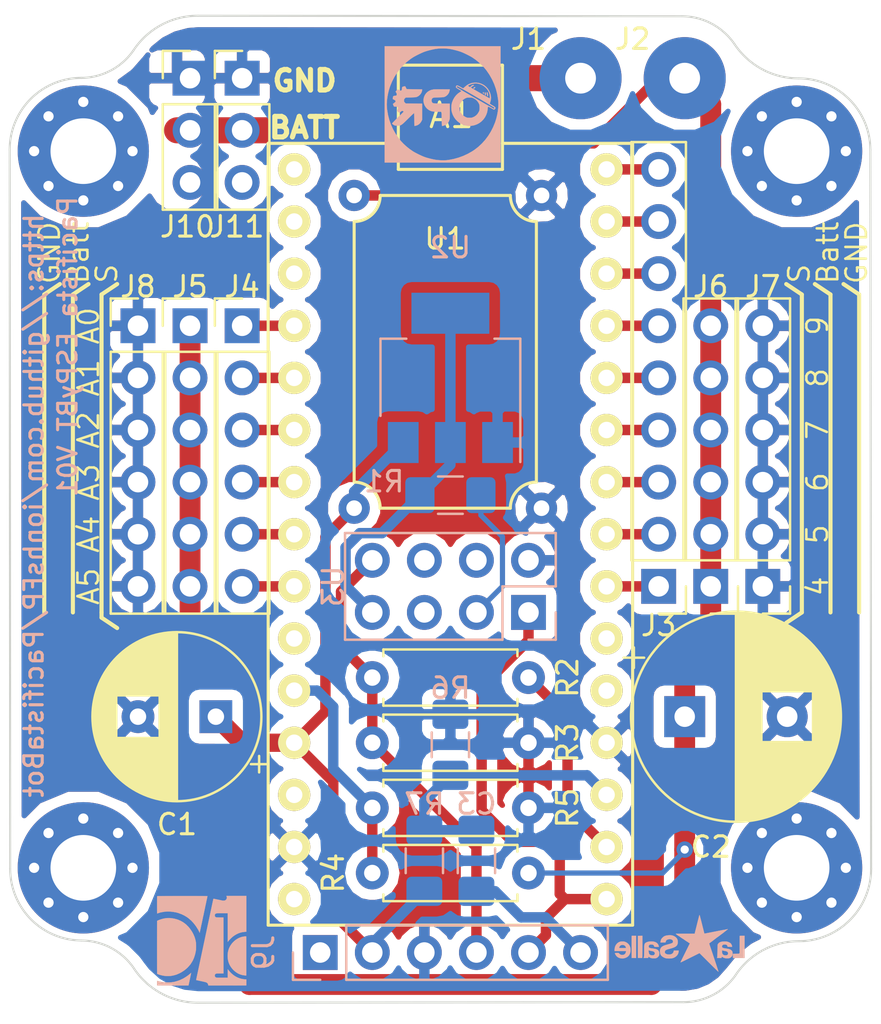
<source format=kicad_pcb>
(kicad_pcb (version 20171130) (host pcbnew "(5.1.4)-1")
  (layers (0 F.Cu signal) (31 B.Cu signal) (34 B.Paste user) (35 F.Paste user hide) (36 B.SilkS user) (37 F.SilkS user) (38 B.Mask user) (39 F.Mask user hide) (44 Edge.Cuts user))
  (net 0 "")
  (net 1 "Net-(A1-Pad15)")
  (net 2 "Net-(A1-Pad14)")
  (net 3 "Net-(A1-Pad13)")
  (net 4 "Net-(A1-Pad12)")
  (net 5 "Net-(A1-Pad19)")
  (net 6 "Net-(A1-Pad11)")
  (net 7 "Net-(A1-Pad20)")
  (net 8 "Net-(A1-Pad10)")
  (net 9 "Net-(A1-Pad21)")
  (net 10 "Net-(A1-Pad9)")
  (net 11 "Net-(A1-Pad22)")
  (net 12 "Net-(A1-Pad8)")
  (net 13 "Net-(A1-Pad23)")
  (net 14 "Net-(A1-Pad7)")
  (net 15 "Net-(A1-Pad24)")
  (net 16 "Net-(A1-Pad26)")
  (net 17 GND)
  (net 18 "Net-(A1-Pad2)")
  (net 19 RX)
  (net 20 /Alimentación)
  (net 21 +BATT)
  (net 22 TX)
  (net 23 +3V3)
  (net 24 "Net-(R1-Pad1)")
  (net 25 RST)
  (net 26 5V)
  (net 27 "Net-(C3-Pad1)")
  (module Desktop:LogoDB (layer B.Cu) (at 73.279 140.462 180)
    (fp_text reference G*** hide)
    (fp_text value LOGO hide)
  )
  (module Capacitor_THT:CP_Radial_D10.0mm_P5.00mm (layer F.Cu) (at 97.79 129.54)
    (fp_text reference C2 (at 1.27 6.35) (layer F.SilkS))
    (fp_text value "820u 6,3v")
    (pad 1 thru_hole rect (at 0 0) (size 2 2) (drill 1) (layers *.Cu *.Mask) (net 20 /Alimentación))
    (pad 2 thru_hole circle (at 5 0) (size 2 2) (drill 1) (layers *.Cu *.Mask) (net 17 GND))
  )
  (module Pacifista-Bluetooth:Pin_Header_Straight_1x06_Pitch2.54mm (layer F.Cu) (at 99.06 123.19 180)
    (fp_text reference J6 (at 0 14.605 180) (layer F.SilkS))
    (fp_text value Conn_01x06)
    (pad 1 thru_hole rect (at 0 0 180) (size 1.7 1.7) (drill 1) (layers *.Cu *.Mask) (net 20 /Alimentación))
    (pad 2 thru_hole oval (at 0 2.54 180) (size 1.7 1.7) (drill 1) (layers *.Cu *.Mask) (net 20 /Alimentación))
    (pad 3 thru_hole oval (at 0 5.08 180) (size 1.7 1.7) (drill 1) (layers *.Cu *.Mask) (net 20 /Alimentación))
    (pad 4 thru_hole oval (at 0 7.62 180) (size 1.7 1.7) (drill 1) (layers *.Cu *.Mask) (net 20 /Alimentación))
    (pad 5 thru_hole oval (at 0 10.16 180) (size 1.7 1.7) (drill 1) (layers *.Cu *.Mask) (net 20 /Alimentación))
    (pad 6 thru_hole oval (at 0 12.7 180) (size 1.7 1.7) (drill 1) (layers *.Cu *.Mask) (net 20 /Alimentación))
  )
  (module Mounting_Holes:MountingHole_3.2mm_M3_Pad_Via (layer F.Cu) (at 68.453 136.906)
    (fp_text reference "" (at 0 -4.2) (layer F.SilkS))
    (fp_text value MountingHole_3.2mm_M3_Pad_Via hide)
    (pad 1 thru_hole circle (at 0 0) (size 6.4 6.4) (drill 3.2) (layers *.Cu *.Mask))
    (pad "" thru_hole circle (at 2.4 0) (size 0.6 0.6) (drill 0.5) (layers *.Cu *.Mask))
    (pad "" thru_hole circle (at 1.697056 1.697056) (size 0.6 0.6) (drill 0.5) (layers *.Cu *.Mask))
    (pad "" thru_hole circle (at 0 2.4) (size 0.6 0.6) (drill 0.5) (layers *.Cu *.Mask))
    (pad "" thru_hole circle (at -1.697056 1.697056) (size 0.6 0.6) (drill 0.5) (layers *.Cu *.Mask))
    (pad "" thru_hole circle (at -2.4 0) (size 0.6 0.6) (drill 0.5) (layers *.Cu *.Mask))
    (pad "" thru_hole circle (at -1.697056 -1.697056) (size 0.6 0.6) (drill 0.5) (layers *.Cu *.Mask))
    (pad "" thru_hole circle (at 0 -2.4) (size 0.6 0.6) (drill 0.5) (layers *.Cu *.Mask))
    (pad "" thru_hole circle (at 1.697056 -1.697056) (size 0.6 0.6) (drill 0.5) (layers *.Cu *.Mask))
  )
  (module Connector_PinHeader_2.54mm:PinHeader_2x04_P2.54mm_Vertical (layer B.Cu) (at 90.17 124.46 90)
    (fp_text reference U3 (at 1.27 -9.525 90) (layer B.SilkS) (effects (justify mirror)))
    (fp_text value ESP-01v090 hide)
    (pad 8 thru_hole oval (at 2.54 -7.62 90) (size 1.7 1.7) (drill 1) (layers *.Cu *.Mask) (net 22 TX))
    (pad 7 thru_hole oval (at 0 -7.62 90) (size 1.7 1.7) (drill 1) (layers *.Cu *.Mask) (net 23 +3V3))
    (pad 6 thru_hole oval (at 2.54 -5.08 90) (size 1.7 1.7) (drill 1) (layers *.Cu *.Mask))
    (pad 5 thru_hole oval (at 0 -5.08 90) (size 1.7 1.7) (drill 1) (layers *.Cu *.Mask))
    (pad 4 thru_hole oval (at 2.54 -2.54 90) (size 1.7 1.7) (drill 1) (layers *.Cu *.Mask))
    (pad 3 thru_hole oval (at 0 -2.54 90) (size 1.7 1.7) (drill 1) (layers *.Cu *.Mask) (net 24 "Net-(R1-Pad1)"))
    (pad 2 thru_hole oval (at 2.54 0 90) (size 1.7 1.7) (drill 1) (layers *.Cu *.Mask) (net 17 GND))
    (pad 1 thru_hole rect (at 0 0 90) (size 1.7 1.7) (drill 1) (layers *.Cu *.Mask) (net 19 RX))
  )
  (module Pacifista-Bluetooth:Pin_Header_Straight_1x06_Pitch2.54mm (layer F.Cu) (at 101.6 123.19 180)
    (fp_text reference J7 (at 0 14.605 180) (layer F.SilkS))
    (fp_text value Conn_01x06)
    (pad 6 thru_hole oval (at 0 12.7 180) (size 1.7 1.7) (drill 1) (layers *.Cu *.Mask) (net 17 GND))
    (pad 5 thru_hole oval (at 0 10.16 180) (size 1.7 1.7) (drill 1) (layers *.Cu *.Mask) (net 17 GND))
    (pad 4 thru_hole oval (at 0 7.62 180) (size 1.7 1.7) (drill 1) (layers *.Cu *.Mask) (net 17 GND))
    (pad 3 thru_hole oval (at 0 5.08 180) (size 1.7 1.7) (drill 1) (layers *.Cu *.Mask) (net 17 GND))
    (pad 2 thru_hole oval (at 0 2.54 180) (size 1.7 1.7) (drill 1) (layers *.Cu *.Mask) (net 17 GND))
    (pad 1 thru_hole rect (at 0 0 180) (size 1.7 1.7) (drill 1) (layers *.Cu *.Mask) (net 17 GND))
  )
  (module Pacifista-Bluetooth:Pin_Header_Straight_1x06_Pitch2.54mm (layer F.Cu) (at 71.12 110.49)
    (fp_text reference J8 (at 0 -1.905) (layer F.SilkS))
    (fp_text value Conn_01x06)
    (pad 1 thru_hole rect (at 0 0) (size 1.7 1.7) (drill 1) (layers *.Cu *.Mask) (net 17 GND))
    (pad 2 thru_hole oval (at 0 2.54) (size 1.7 1.7) (drill 1) (layers *.Cu *.Mask) (net 17 GND))
    (pad 3 thru_hole oval (at 0 5.08) (size 1.7 1.7) (drill 1) (layers *.Cu *.Mask) (net 17 GND))
    (pad 4 thru_hole oval (at 0 7.62) (size 1.7 1.7) (drill 1) (layers *.Cu *.Mask) (net 17 GND))
    (pad 5 thru_hole oval (at 0 10.16) (size 1.7 1.7) (drill 1) (layers *.Cu *.Mask) (net 17 GND))
    (pad 6 thru_hole oval (at 0 12.7) (size 1.7 1.7) (drill 1) (layers *.Cu *.Mask) (net 17 GND))
  )
  (module Pacifista-Bluetooth:Pin_Header_Straight_1x03_Pitch2.54mm (layer F.Cu) (at 73.66 98.425)
    (fp_text reference J10 (at -0.127 7.239) (layer F.SilkS))
    (fp_text value Conn_01x03)
    (pad 3 thru_hole oval (at 0 5.08) (size 1.7 1.7) (drill 1) (layers *.Cu *.Mask))
    (pad 2 thru_hole oval (at 0 2.54) (size 1.7 1.7) (drill 1) (layers *.Cu *.Mask) (net 21 +BATT))
    (pad 1 thru_hole rect (at 0 0) (size 1.7 1.7) (drill 1) (layers *.Cu *.Mask) (net 17 GND))
  )
  (module Mounting_Holes:MountingHole_3.2mm_M3_Pad_Via (layer F.Cu) (at 68.453 101.981)
    (fp_text reference "" (at 0 -4.2) (layer F.SilkS))
    (fp_text value MountingHole_3.2mm_M3_Pad_Via hide)
    (pad "" thru_hole circle (at 1.697056 -1.697056) (size 0.6 0.6) (drill 0.5) (layers *.Cu *.Mask))
    (pad "" thru_hole circle (at 0 -2.4) (size 0.6 0.6) (drill 0.5) (layers *.Cu *.Mask))
    (pad "" thru_hole circle (at -1.697056 -1.697056) (size 0.6 0.6) (drill 0.5) (layers *.Cu *.Mask))
    (pad "" thru_hole circle (at -2.4 0) (size 0.6 0.6) (drill 0.5) (layers *.Cu *.Mask))
    (pad "" thru_hole circle (at -1.697056 1.697056) (size 0.6 0.6) (drill 0.5) (layers *.Cu *.Mask))
    (pad "" thru_hole circle (at 0 2.4) (size 0.6 0.6) (drill 0.5) (layers *.Cu *.Mask))
    (pad "" thru_hole circle (at 1.697056 1.697056) (size 0.6 0.6) (drill 0.5) (layers *.Cu *.Mask))
    (pad "" thru_hole circle (at 2.4 0) (size 0.6 0.6) (drill 0.5) (layers *.Cu *.Mask))
    (pad 1 thru_hole circle (at 0 0) (size 6.4 6.4) (drill 3.2) (layers *.Cu *.Mask))
  )
  (module Capacitor_THT:CP_Radial_D8.0mm_P3.80mm (layer F.Cu) (at 74.92 129.54 180)
    (fp_text reference C1 (at 1.9 -5.25 180) (layer F.SilkS))
    (fp_text value "1000u 16v")
    (pad 1 thru_hole rect (at 0 0 180) (size 1.6 1.6) (drill 0.8) (layers *.Cu *.Mask) (net 26 5V))
    (pad 2 thru_hole circle (at 3.8 0 180) (size 1.6 1.6) (drill 0.8) (layers *.Cu *.Mask) (net 17 GND))
  )
  (module Mounting_Holes:MountingHole_3.2mm_M3_Pad_Via (layer F.Cu) (at 103.251 136.906)
    (fp_text reference "" (at 0 -4.2) (layer F.SilkS))
    (fp_text value MountingHole_3.2mm_M3_Pad_Via hide)
    (pad "" thru_hole circle (at 1.697056 -1.697056) (size 0.6 0.6) (drill 0.5) (layers *.Cu *.Mask))
    (pad "" thru_hole circle (at 0 -2.4) (size 0.6 0.6) (drill 0.5) (layers *.Cu *.Mask))
    (pad "" thru_hole circle (at -1.697056 -1.697056) (size 0.6 0.6) (drill 0.5) (layers *.Cu *.Mask))
    (pad "" thru_hole circle (at -2.4 0) (size 0.6 0.6) (drill 0.5) (layers *.Cu *.Mask))
    (pad "" thru_hole circle (at -1.697056 1.697056) (size 0.6 0.6) (drill 0.5) (layers *.Cu *.Mask))
    (pad "" thru_hole circle (at 0 2.4) (size 0.6 0.6) (drill 0.5) (layers *.Cu *.Mask))
    (pad "" thru_hole circle (at 1.697056 1.697056) (size 0.6 0.6) (drill 0.5) (layers *.Cu *.Mask))
    (pad "" thru_hole circle (at 2.4 0) (size 0.6 0.6) (drill 0.5) (layers *.Cu *.Mask))
    (pad 1 thru_hole circle (at 0 0) (size 6.4 6.4) (drill 3.2) (layers *.Cu *.Mask))
  )
  (module Pacifista-Bluetooth:SolderWirePad_single_1-5mmDrill (layer F.Cu) (at 92.71 98.425)
    (fp_text reference J1 (at -2.54 -1.905) (layer F.SilkS))
    (fp_text value Conn_01x01)
    (pad 1 thru_hole circle (at 0 0) (size 4.0005 4.0005) (drill 1.50114) (layers *.Cu *.Mask) (net 21 +BATT))
  )
  (module Pacifista-Bluetooth:arduino_nano (layer F.Cu) (at 86.36 120.65 90)
    (fp_text reference A1 (at 20.41144 0.04064 180) (layer F.SilkS) (effects (font (size 1.2 1.2))))
    (fp_text value Arduino_Nano hide)
    (pad 15 thru_hole circle (at 17.78 7.62 90) (size 1.5748 1.5748) (drill 0.8) (layers *.Cu *.Mask F.SilkS) (net 1 "Net-(A1-Pad15)"))
    (pad 16 thru_hole circle (at 17.78 -7.62 90) (size 1.5748 1.5748) (drill 0.8) (layers *.Cu *.Mask F.SilkS))
    (pad 14 thru_hole circle (at 15.24 7.62 90) (size 1.5748 1.5748) (drill 0.8) (layers *.Cu *.Mask F.SilkS) (net 2 "Net-(A1-Pad14)"))
    (pad 17 thru_hole circle (at 15.24 -7.62 90) (size 1.5748 1.5748) (drill 0.8) (layers *.Cu *.Mask F.SilkS))
    (pad 13 thru_hole circle (at 12.7 7.62 90) (size 1.5748 1.5748) (drill 0.8) (layers *.Cu *.Mask F.SilkS) (net 3 "Net-(A1-Pad13)"))
    (pad 18 thru_hole circle (at 12.7 -7.62 90) (size 1.5748 1.5748) (drill 0.8) (layers *.Cu *.Mask F.SilkS))
    (pad 12 thru_hole circle (at 10.16 7.62 90) (size 1.5748 1.5748) (drill 0.8) (layers *.Cu *.Mask F.SilkS) (net 4 "Net-(A1-Pad12)"))
    (pad 19 thru_hole circle (at 10.16 -7.62 90) (size 1.5748 1.5748) (drill 0.8) (layers *.Cu *.Mask F.SilkS) (net 5 "Net-(A1-Pad19)"))
    (pad 11 thru_hole circle (at 7.62 7.62 90) (size 1.5748 1.5748) (drill 0.8) (layers *.Cu *.Mask F.SilkS) (net 6 "Net-(A1-Pad11)"))
    (pad 20 thru_hole circle (at 7.62 -7.62 90) (size 1.5748 1.5748) (drill 0.8) (layers *.Cu *.Mask F.SilkS) (net 7 "Net-(A1-Pad20)"))
    (pad 10 thru_hole circle (at 5.08 7.62 90) (size 1.5748 1.5748) (drill 0.8) (layers *.Cu *.Mask F.SilkS) (net 8 "Net-(A1-Pad10)"))
    (pad 21 thru_hole circle (at 5.08 -7.62 90) (size 1.5748 1.5748) (drill 0.8) (layers *.Cu *.Mask F.SilkS) (net 9 "Net-(A1-Pad21)"))
    (pad 9 thru_hole circle (at 2.54 7.62 90) (size 1.5748 1.5748) (drill 0.8) (layers *.Cu *.Mask F.SilkS) (net 10 "Net-(A1-Pad9)"))
    (pad 22 thru_hole circle (at 2.54 -7.62 90) (size 1.5748 1.5748) (drill 0.8) (layers *.Cu *.Mask F.SilkS) (net 11 "Net-(A1-Pad22)"))
    (pad 8 thru_hole circle (at 0 7.62 90) (size 1.5748 1.5748) (drill 0.8) (layers *.Cu *.Mask F.SilkS) (net 12 "Net-(A1-Pad8)"))
    (pad 23 thru_hole circle (at 0 -7.62 90) (size 1.5748 1.5748) (drill 0.8) (layers *.Cu *.Mask F.SilkS) (net 13 "Net-(A1-Pad23)"))
    (pad 7 thru_hole circle (at -2.54 7.62 90) (size 1.5748 1.5748) (drill 0.8) (layers *.Cu *.Mask F.SilkS) (net 14 "Net-(A1-Pad7)"))
    (pad 24 thru_hole circle (at -2.54 -7.62 90) (size 1.5748 1.5748) (drill 0.8) (layers *.Cu *.Mask F.SilkS) (net 15 "Net-(A1-Pad24)"))
    (pad 6 thru_hole circle (at -5.08 7.62 90) (size 1.5748 1.5748) (drill 0.8) (layers *.Cu *.Mask F.SilkS))
    (pad 25 thru_hole circle (at -5.08 -7.62 90) (size 1.5748 1.5748) (drill 0.8) (layers *.Cu *.Mask F.SilkS))
    (pad 5 thru_hole circle (at -7.62 7.62 90) (size 1.5748 1.5748) (drill 0.8) (layers *.Cu *.Mask F.SilkS))
    (pad 26 thru_hole circle (at -7.62 -7.62 90) (size 1.5748 1.5748) (drill 0.8) (layers *.Cu *.Mask F.SilkS) (net 16 "Net-(A1-Pad26)"))
    (pad 4 thru_hole circle (at -10.16 7.62 90) (size 1.5748 1.5748) (drill 0.8) (layers *.Cu *.Mask F.SilkS) (net 17 GND))
    (pad 27 thru_hole circle (at -10.16 -7.62 90) (size 1.5748 1.5748) (drill 0.8) (layers *.Cu *.Mask F.SilkS) (net 26 5V))
    (pad 3 thru_hole circle (at -12.7 7.62 90) (size 1.5748 1.5748) (drill 0.8) (layers *.Cu *.Mask F.SilkS) (net 25 RST))
    (pad 28 thru_hole circle (at -12.7 -7.62 90) (size 1.5748 1.5748) (drill 0.8) (layers *.Cu *.Mask F.SilkS))
    (pad 2 thru_hole circle (at -15.24 7.62 90) (size 1.5748 1.5748) (drill 0.8) (layers *.Cu *.Mask F.SilkS) (net 18 "Net-(A1-Pad2)"))
    (pad 29 thru_hole circle (at -15.24 -7.62 90) (size 1.5748 1.5748) (drill 0.8) (layers *.Cu *.Mask F.SilkS) (net 17 GND))
    (pad 1 thru_hole circle (at -17.78 7.62 90) (size 1.5748 1.5748) (drill 0.8) (layers *.Cu *.Mask F.SilkS) (net 19 RX))
    (pad 30 thru_hole circle (at -17.78 -7.62 90) (size 1.5748 1.5748) (drill 0.8) (layers *.Cu *.Mask F.SilkS))
  )
  (module Pacifista-Bluetooth:SolderWirePad_single_1-5mmDrill (layer F.Cu) (at 97.79 98.425)
    (fp_text reference J2 (at -2.54 -1.905) (layer F.SilkS))
    (fp_text value Conn_01x01)
    (pad 1 thru_hole circle (at 0 0) (size 4.0005 4.0005) (drill 1.50114) (layers *.Cu *.Mask) (net 20 /Alimentación))
  )
  (module Pacifista-Bluetooth:Pin_Header_Straight_1x06_Pitch2.54mm (layer F.Cu) (at 73.66 110.49)
    (fp_text reference J5 (at 0 -1.905) (layer F.SilkS))
    (fp_text value Conn_01x06)
    (pad 6 thru_hole oval (at 0 12.7) (size 1.7 1.7) (drill 1) (layers *.Cu *.Mask) (net 20 /Alimentación))
    (pad 5 thru_hole oval (at 0 10.16) (size 1.7 1.7) (drill 1) (layers *.Cu *.Mask) (net 20 /Alimentación))
    (pad 4 thru_hole oval (at 0 7.62) (size 1.7 1.7) (drill 1) (layers *.Cu *.Mask) (net 20 /Alimentación))
    (pad 3 thru_hole oval (at 0 5.08) (size 1.7 1.7) (drill 1) (layers *.Cu *.Mask) (net 20 /Alimentación))
    (pad 2 thru_hole oval (at 0 2.54) (size 1.7 1.7) (drill 1) (layers *.Cu *.Mask) (net 20 /Alimentación))
    (pad 1 thru_hole rect (at 0 0) (size 1.7 1.7) (drill 1) (layers *.Cu *.Mask) (net 20 /Alimentación))
  )
  (module Mounting_Holes:MountingHole_3.2mm_M3_Pad_Via (layer F.Cu) (at 103.251 101.981)
    (fp_text reference "" (at 0 -4.2) (layer F.SilkS))
    (fp_text value MountingHole_3.2mm_M3_Pad_Via hide)
    (pad 1 thru_hole circle (at 0 0) (size 6.4 6.4) (drill 3.2) (layers *.Cu *.Mask))
    (pad "" thru_hole circle (at 2.4 0) (size 0.6 0.6) (drill 0.5) (layers *.Cu *.Mask))
    (pad "" thru_hole circle (at 1.697056 1.697056) (size 0.6 0.6) (drill 0.5) (layers *.Cu *.Mask))
    (pad "" thru_hole circle (at 0 2.4) (size 0.6 0.6) (drill 0.5) (layers *.Cu *.Mask))
    (pad "" thru_hole circle (at -1.697056 1.697056) (size 0.6 0.6) (drill 0.5) (layers *.Cu *.Mask))
    (pad "" thru_hole circle (at -2.4 0) (size 0.6 0.6) (drill 0.5) (layers *.Cu *.Mask))
    (pad "" thru_hole circle (at -1.697056 -1.697056) (size 0.6 0.6) (drill 0.5) (layers *.Cu *.Mask))
    (pad "" thru_hole circle (at 0 -2.4) (size 0.6 0.6) (drill 0.5) (layers *.Cu *.Mask))
    (pad "" thru_hole circle (at 1.697056 -1.697056) (size 0.6 0.6) (drill 0.5) (layers *.Cu *.Mask))
  )
  (module Resistor_THT:R_Axial_DIN0207_L6.3mm_D2.5mm_P7.62mm_Horizontal (layer F.Cu) (at 90.17 137.16 180)
    (fp_text reference R4 (at 9.525 0 270) (layer F.SilkS))
    (fp_text value 10K)
    (pad 2 thru_hole oval (at 7.62 0 180) (size 1.6 1.6) (drill 0.8) (layers *.Cu *.Mask) (net 16 "Net-(A1-Pad26)"))
    (pad 1 thru_hole circle (at 0 0 180) (size 1.6 1.6) (drill 0.8) (layers *.Cu *.Mask) (net 20 /Alimentación))
  )
  (module Pacifista-Bluetooth:Pin_Header_Straight_1x06_Pitch2.54mm (layer F.Cu) (at 76.2 110.49)
    (fp_text reference J4 (at 0 -1.905) (layer F.SilkS))
    (fp_text value Conn_01x06)
    (pad 1 thru_hole rect (at 0 0) (size 1.7 1.7) (drill 1) (layers *.Cu *.Mask) (net 5 "Net-(A1-Pad19)"))
    (pad 2 thru_hole oval (at 0 2.54) (size 1.7 1.7) (drill 1) (layers *.Cu *.Mask) (net 7 "Net-(A1-Pad20)"))
    (pad 3 thru_hole oval (at 0 5.08) (size 1.7 1.7) (drill 1) (layers *.Cu *.Mask) (net 9 "Net-(A1-Pad21)"))
    (pad 4 thru_hole oval (at 0 7.62) (size 1.7 1.7) (drill 1) (layers *.Cu *.Mask) (net 11 "Net-(A1-Pad22)"))
    (pad 5 thru_hole oval (at 0 10.16) (size 1.7 1.7) (drill 1) (layers *.Cu *.Mask) (net 13 "Net-(A1-Pad23)"))
    (pad 6 thru_hole oval (at 0 12.7) (size 1.7 1.7) (drill 1) (layers *.Cu *.Mask) (net 15 "Net-(A1-Pad24)"))
  )
  (module Connector_PinSocket_2.54mm:PinSocket_1x06_P2.54mm_Vertical (layer B.Cu) (at 80.01 141.0335 270)
    (fp_text reference J9 (at 0 2.77 270) (layer B.SilkS) (effects (justify mirror)))
    (fp_text value Conn_01x06)
    (pad 1 thru_hole rect (at 0 0 270) (size 1.7 1.7) (drill 1) (layers *.Cu *.Mask))
    (pad 2 thru_hole oval (at 0 -2.54 270) (size 1.7 1.7) (drill 1) (layers *.Cu *.Mask) (net 26 5V))
    (pad 3 thru_hole oval (at 0 -5.08 270) (size 1.7 1.7) (drill 1) (layers *.Cu *.Mask) (net 17 GND))
    (pad 4 thru_hole oval (at 0 -7.62 270) (size 1.7 1.7) (drill 1) (layers *.Cu *.Mask) (net 22 TX))
    (pad 5 thru_hole oval (at 0 -10.16 270) (size 1.7 1.7) (drill 1) (layers *.Cu *.Mask) (net 19 RX))
    (pad 6 thru_hole oval (at 0 -12.7 270) (size 1.7 1.7) (drill 1) (layers *.Cu *.Mask) (net 27 "Net-(C3-Pad1)"))
  )
  (module Resistor_SMD:R_1206_3216Metric_Pad1.42x1.75mm_HandSolder (layer B.Cu) (at 86.36 130.91 90)
    (fp_text reference R6 (at 2.767 0 180) (layer B.SilkS) (effects (justify mirror)))
    (fp_text value 10K)
    (pad 2 smd roundrect (at 1.4875 0 90) (size 1.425 1.75) (layers B.Cu B.Paste B.Mask) (roundrect_rratio 0.175439) (net 17 GND))
    (pad 1 smd roundrect (at -1.4875 0 90) (size 1.425 1.75) (layers B.Cu B.Paste B.Mask) (roundrect_rratio 0.175439) (net 25 RST))
  )
  (module Resistor_THT:R_Axial_DIN0207_L6.3mm_D2.5mm_P7.62mm_Horizontal (layer F.Cu) (at 82.55 130.81)
    (fp_text reference R3 (at 9.525 0 90) (layer F.SilkS))
    (fp_text value 20K)
    (pad 1 thru_hole circle (at 0 0) (size 1.6 1.6) (drill 0.8) (layers *.Cu *.Mask) (net 22 TX))
    (pad 2 thru_hole oval (at 7.62 0) (size 1.6 1.6) (drill 0.8) (layers *.Cu *.Mask) (net 17 GND))
  )
  (module Resistor_SMD:R_1206_3216Metric_Pad1.42x1.75mm_HandSolder (layer B.Cu) (at 86.36 118.745 180)
    (fp_text reference R1 (at 3.232813 0.659828 180) (layer B.SilkS) (effects (justify mirror)))
    (fp_text value 10K hide)
    (pad 1 smd roundrect (at -1.4875 0 180) (size 1.425 1.75) (layers B.Cu B.Paste B.Mask) (roundrect_rratio 0.175439) (net 24 "Net-(R1-Pad1)"))
    (pad 2 smd roundrect (at 1.4875 0 180) (size 1.425 1.75) (layers B.Cu B.Paste B.Mask) (roundrect_rratio 0.175439) (net 23 +3V3))
  )
  (module Resistor_THT:R_Axial_DIN0207_L6.3mm_D2.5mm_P7.62mm_Horizontal (layer F.Cu) (at 82.55 133.985)
    (fp_text reference R5 (at 9.525 0 90) (layer F.SilkS))
    (fp_text value 20K)
    (pad 1 thru_hole circle (at 0 0) (size 1.6 1.6) (drill 0.8) (layers *.Cu *.Mask) (net 16 "Net-(A1-Pad26)"))
    (pad 2 thru_hole oval (at 7.62 0) (size 1.6 1.6) (drill 0.8) (layers *.Cu *.Mask) (net 17 GND))
  )
  (module Connector_PinHeader_2.54mm:PinHeader_1x09_P2.54mm_Vertical (layer F.Cu) (at 96.52 123.19 180)
    (fp_text reference J3 (at 0 -1.905 180) (layer F.SilkS))
    (fp_text value Conn_01x09)
    (pad 1 thru_hole rect (at 0 0 180) (size 1.7 1.7) (drill 1) (layers *.Cu *.Mask) (net 14 "Net-(A1-Pad7)"))
    (pad 2 thru_hole oval (at 0 2.54 180) (size 1.7 1.7) (drill 1) (layers *.Cu *.Mask) (net 12 "Net-(A1-Pad8)"))
    (pad 3 thru_hole oval (at 0 5.08 180) (size 1.7 1.7) (drill 1) (layers *.Cu *.Mask) (net 10 "Net-(A1-Pad9)"))
    (pad 4 thru_hole oval (at 0 7.62 180) (size 1.7 1.7) (drill 1) (layers *.Cu *.Mask) (net 8 "Net-(A1-Pad10)"))
    (pad 5 thru_hole oval (at 0 10.16 180) (size 1.7 1.7) (drill 1) (layers *.Cu *.Mask) (net 6 "Net-(A1-Pad11)"))
    (pad 6 thru_hole oval (at 0 12.7 180) (size 1.7 1.7) (drill 1) (layers *.Cu *.Mask) (net 4 "Net-(A1-Pad12)"))
    (pad 7 thru_hole oval (at 0 15.24 180) (size 1.7 1.7) (drill 1) (layers *.Cu *.Mask) (net 3 "Net-(A1-Pad13)"))
    (pad 8 thru_hole oval (at 0 17.78 180) (size 1.7 1.7) (drill 1) (layers *.Cu *.Mask) (net 2 "Net-(A1-Pad14)"))
    (pad 9 thru_hole oval (at 0 20.32 180) (size 1.7 1.7) (drill 1) (layers *.Cu *.Mask) (net 1 "Net-(A1-Pad15)"))
  )
  (module Resistor_THT:R_Axial_DIN0207_L6.3mm_D2.5mm_P7.62mm_Horizontal (layer F.Cu) (at 90.17 127.635 180)
    (fp_text reference R2 (at -1.905 0 90) (layer F.SilkS))
    (fp_text value 10K hide)
    (pad 1 thru_hole circle (at 0 0 180) (size 1.6 1.6) (drill 0.8) (layers *.Cu *.Mask) (net 18 "Net-(A1-Pad2)"))
    (pad 2 thru_hole oval (at 7.62 0 180) (size 1.6 1.6) (drill 0.8) (layers *.Cu *.Mask) (net 22 TX))
  )
  (module Package_TO_SOT_SMD:SOT-223-3_TabPin2 (layer B.Cu) (at 86.36 113.03 90)
    (fp_text reference U2 (at 6.35 0 180) (layer B.SilkS) (effects (justify mirror)))
    (fp_text value AMS1117 hide)
    (pad 2 smd rect (at 3.15 0 90) (size 2 3.8) (layers B.Cu B.Paste B.Mask) (net 23 +3V3))
    (pad 2 smd rect (at -3.15 0 90) (size 2 1.5) (layers B.Cu B.Paste B.Mask) (net 23 +3V3))
    (pad 3 smd rect (at -3.15 -2.3 90) (size 2 1.5) (layers B.Cu B.Paste B.Mask) (net 26 5V))
    (pad 1 smd rect (at -3.15 2.3 90) (size 2 1.5) (layers B.Cu B.Paste B.Mask) (net 17 GND))
  )
  (module Pacifista-Bluetooth:Pin_Header_Straight_1x03_Pitch2.54mm (layer F.Cu) (at 76.2 98.425)
    (fp_text reference J11 (at -0.254 7.239) (layer F.SilkS))
    (fp_text value Conn_01x03)
    (pad 3 thru_hole oval (at 0 5.08) (size 1.7 1.7) (drill 1) (layers *.Cu *.Mask))
    (pad 2 thru_hole oval (at 0 2.54) (size 1.7 1.7) (drill 1) (layers *.Cu *.Mask) (net 21 +BATT))
    (pad 1 thru_hole rect (at 0 0) (size 1.7 1.7) (drill 1) (layers *.Cu *.Mask) (net 17 GND))
  )
  (module Resistor_SMD:R_1206_3216Metric_Pad1.42x1.75mm_HandSolder (layer B.Cu) (at 85.09 136.5615 270)
    (fp_text reference R7 (at -2.767 0) (layer B.SilkS) (effects (justify mirror)))
    (fp_text value 10K)
    (pad 1 smd roundrect (at -1.4875 0 270) (size 1.425 1.75) (layers B.Cu B.Paste B.Mask) (roundrect_rratio 0.175439) (net 25 RST))
    (pad 2 smd roundrect (at 1.4875 0 270) (size 1.425 1.75) (layers B.Cu B.Paste B.Mask) (roundrect_rratio 0.175439) (net 26 5V))
  )
  (module Capacitor_SMD:C_1206_3216Metric_Pad1.42x1.75mm_HandSolder (layer B.Cu) (at 87.63 136.5615 90)
    (fp_text reference C3 (at 2.767 0 180) (layer B.SilkS) (effects (justify mirror)))
    (fp_text value 330nF1)
    (pad 1 smd roundrect (at -1.4875 0 90) (size 1.425 1.75) (layers B.Cu B.Paste B.Mask) (roundrect_rratio 0.175439) (net 27 "Net-(C3-Pad1)"))
    (pad 2 smd roundrect (at 1.4875 0 90) (size 1.425 1.75) (layers B.Cu B.Paste B.Mask) (roundrect_rratio 0.175439) (net 25 RST))
  )
  (module Pacifista-Bluetooth:Step_down_chino (layer F.Cu) (at 81.665 104.14 270)
    (fp_text reference U1 (at 2.1082 -4.43484) (layer F.SilkS))
    (fp_text value Step_down_chino hide)
    (pad 4 thru_hole circle (at 15.24 -9.14 270) (size 1.524 1.524) (drill 0.762) (layers *.Cu *.Mask) (net 17 GND))
    (pad 3 thru_hole circle (at 15.24 0 270) (size 1.524 1.524) (drill 0.762) (layers *.Cu *.Mask) (net 26 5V))
    (pad 2 thru_hole circle (at 0 -9.144 270) (size 1.524 1.524) (drill 0.762) (layers *.Cu *.Mask) (net 17 GND))
    (pad 1 thru_hole circle (at 0 0 270) (size 1.524 1.524) (drill 0.762) (layers *.Cu *.Mask) (net 20 /Alimentación))
  )
  (module Pacifista-Bluetooth:opr_circulo_6x6_v1 (layer B.Cu) (at 85.979 99.695 180)
    (fp_text reference "" hide)
    (fp_text value "" hide)
  )
  (module Desktop:lsblogo (layer B.Cu) (at 97.536 140.589 180)
    (fp_text reference G*** hide)
    (fp_text value LOGO hide)
  )
  (gr_line (start 105.537 108.458) (end 106.299 108.966) (layer F.SilkS) (width 0.2))
  (gr_line (start 66.548 108.966) (end 66.548 124.46) (layer F.SilkS) (width 0.2))
  (gr_line (start 67.31 108.458) (end 66.548 108.966) (layer F.SilkS) (width 0.2))
  (gr_line (start 103.505 124.46) (end 102.743 124.968) (layer F.SilkS) (width 0.2))
  (gr_line (start 68.707 108.458) (end 67.945 108.966) (layer F.SilkS) (width 0.2))
  (gr_line (start 67.945 108.966) (end 67.945 124.46) (layer F.SilkS) (width 0.2))
  (gr_line (start 106.299 108.966) (end 106.299 124.46) (layer F.SilkS) (width 0.2))
  (gr_line (start 104.14 108.458) (end 104.902 108.966) (layer F.SilkS) (width 0.2))
  (gr_line (start 104.902 108.966) (end 104.902 124.46) (layer F.SilkS) (width 0.2))
  (gr_line (start 102.743 108.458) (end 103.505 108.966) (layer F.SilkS) (width 0.2))
  (gr_line (start 103.505 108.966) (end 103.505 124.46) (layer F.SilkS) (width 0.2))
  (gr_text "Pacifista ESPyBT V01" (at 67.691 111.506 90) (layer B.SilkS) (effects (font (size 0.9 0.9)) (justify mirror)))
  (gr_text https://github.com/ionhsFP/PacifistaBot (at 66.04 119.253 90) (layer B.SilkS) (effects (font (size 0.9 0.9)) (justify mirror)))
  (gr_text GND (at 106.172 106.934 90) (layer F.SilkS) (effects (font (size 1 1) (thickness 0.125))))
  (gr_text "A2\n" (at 68.707 115.57 90) (layer F.SilkS) (effects (font (size 1 1) (thickness 0.125))))
  (gr_text "A1\n" (at 68.707 113.03 90) (layer F.SilkS) (effects (font (size 1 1) (thickness 0.125))))
  (gr_text "A0\n" (at 68.707 110.49 90) (layer F.SilkS) (effects (font (size 1 1) (thickness 0.125))))
  (gr_text BATT (at 79.248 100.838) (layer F.SilkS) (effects (font (size 1 1) (thickness 0.25))))
  (gr_text GND (at 79.248 98.552) (layer F.SilkS) (effects (font (size 1 1) (thickness 0.25))))
  (gr_text S (at 69.596 107.95 90) (layer F.SilkS) (effects (font (size 1 1) (thickness 0.125))))
  (gr_text GND (at 66.802 106.934 90) (layer F.SilkS) (effects (font (size 1 1) (thickness 0.125))))
  (gr_text "A4\n" (at 68.707 120.65 90) (layer F.SilkS) (effects (font (size 1 1) (thickness 0.125))))
  (gr_text 6 (at 104.267 118.11 90) (layer F.SilkS) (effects (font (size 1 1) (thickness 0.125))))
  (gr_text 8 (at 104.267 113.03 90) (layer F.SilkS) (effects (font (size 1 1) (thickness 0.125))))
  (gr_text S (at 103.378 107.95 90) (layer F.SilkS) (effects (font (size 1 1) (thickness 0.125))))
  (gr_text 5 (at 104.267 120.65 90) (layer F.SilkS) (effects (font (size 1 1) (thickness 0.125))))
  (gr_text Batt (at 104.775 106.934 90) (layer F.SilkS) (effects (font (size 1 1) (thickness 0.125))))
  (gr_text 9 (at 104.267 110.49 90) (layer F.SilkS) (effects (font (size 1 1) (thickness 0.125))))
  (gr_text "A3\n" (at 68.707 118.11 90) (layer F.SilkS) (effects (font (size 1 1) (thickness 0.125))))
  (gr_text 4 (at 104.267 123.19 90) (layer F.SilkS) (effects (font (size 1 1) (thickness 0.125))))
  (gr_text Batt (at 68.199 106.934 90) (layer F.SilkS) (effects (font (size 1 1) (thickness 0.125))))
  (gr_text 7 (at 104.267 115.57 90) (layer F.SilkS) (effects (font (size 1 1) (thickness 0.125))))
  (gr_text "A5\n" (at 68.707 123.19 90) (layer F.SilkS) (effects (font (size 1 1) (thickness 0.125))))
  (gr_arc (start 68.353833 143.557941) (end 68.353833 140.448981) (angle 56.02514205) (layer Edge.Cuts) (width 0.1))
  (gr_line (start 106.8832 136.9568) (end 106.84764 101.92512) (layer Edge.Cuts) (width 0.1))
  (gr_line (start 97.65284 95.40748) (end 74.04608 95.38208) (layer Edge.Cuts) (width 0.1))
  (gr_arc (start 103.3526 144.179796) (end 103.378 140.48232) (angle -57.19682214) (layer Edge.Cuts) (width 0.1))
  (gr_line (start 69.342 124.46) (end 69.342 124.714) (layer F.SilkS) (width 0.2))
  (gr_line (start 69.342 108.966) (end 69.342 124.46) (layer F.SilkS) (width 0.2))
  (gr_arc (start 68.36156 101.90988) (end 64.86144 101.90988) (angle 89.9) (layer Edge.Cuts) (width 0.1))
  (gr_arc (start 74.04608 139.722524) (end 74.04608 143.47952) (angle 55.99406484) (layer Edge.Cuts) (width 0.1))
  (gr_line (start 97.73412 143.45412) (end 74.04608 143.478756) (layer Edge.Cuts) (width 0.1))
  (gr_arc (start 74.03592 99.138312) (end 74.04608 95.38208) (angle -56.97444222) (layer Edge.Cuts) (width 0.1))
  (gr_arc (start 97.650193 98.516457) (end 97.650193 95.407497) (angle 56.02514205) (layer Edge.Cuts) (width 0.1))
  (gr_line (start 69.342 124.714) (end 70.104 125.222) (layer F.SilkS) (width 0.2))
  (gr_arc (start 103.34244 94.68104) (end 103.3526 98.43516) (angle 56.16456556) (layer Edge.Cuts) (width 0.1))
  (gr_line (start 70.104 108.458) (end 69.342 108.966) (layer F.SilkS) (width 0.2))
  (gr_arc (start 68.3768 136.9568) (end 68.35648 140.44676) (angle 89.69960008) (layer Edge.Cuts) (width 0.1))
  (gr_arc (start 103.35768 136.9568) (end 106.8832 136.95172) (angle 89.75137949) (layer Edge.Cuts) (width 0.1))
  (gr_arc (start 68.343673 95.302895) (end 68.35648 98.40976) (angle -54.93873798) (layer Edge.Cuts) (width 0.1))
  (gr_arc (start 97.732545 140.344379) (end 97.732545 143.453339) (angle -54.39126236) (layer Edge.Cuts) (width 0.1))
  (gr_arc (start 103.3526 101.9302) (end 103.34752 98.43516) (angle 90) (layer Edge.Cuts) (width 0.1))
  (gr_line (start 64.86144 101.9048) (end 64.88684 136.9568) (layer Edge.Cuts) (width 0.1))
  (segment (start 96.52 102.87) (end 93.98 102.87) (width 0.508) (layer F.Cu) (net 1))
  (segment (start 96.52 105.41) (end 93.98 105.41) (width 0.508) (layer F.Cu) (net 2))
  (segment (start 96.52 107.95) (end 93.98 107.95) (width 0.508) (layer F.Cu) (net 3))
  (segment (start 96.52 110.49) (end 93.98 110.49) (width 0.508) (layer F.Cu) (net 4))
  (segment (start 76.2 110.49) (end 78.74 110.49) (width 0.508) (layer F.Cu) (net 5))
  (segment (start 96.52 113.03) (end 93.98 113.03) (width 0.508) (layer F.Cu) (net 6))
  (segment (start 76.2 113.03) (end 78.74 113.03) (width 0.508) (layer F.Cu) (net 7))
  (segment (start 96.52 115.57) (end 93.98 115.57) (width 0.508) (layer F.Cu) (net 8))
  (segment (start 76.2 115.57) (end 78.74 115.57) (width 0.508) (layer F.Cu) (net 9))
  (segment (start 96.52 118.11) (end 93.98 118.11) (width 0.508) (layer F.Cu) (net 10))
  (segment (start 76.2 118.11) (end 78.74 118.11) (width 0.508) (layer F.Cu) (net 11))
  (segment (start 96.52 120.65) (end 93.98 120.65) (width 0.508) (layer F.Cu) (net 12))
  (segment (start 76.2 120.65) (end 78.74 120.65) (width 0.508) (layer F.Cu) (net 13))
  (segment (start 96.52 123.19) (end 93.98 123.19) (width 0.508) (layer F.Cu) (net 14))
  (segment (start 76.2 123.19) (end 78.74 123.19) (width 0.508) (layer F.Cu) (net 15))
  (segment (start 80.645 132.08) (end 82.55 133.985) (width 0.508) (layer B.Cu) (net 16))
  (segment (start 82.55 137.16) (end 82.55 133.985) (width 0.508) (layer F.Cu) (net 16))
  (segment (start 78.74 128.27) (end 79.853551 128.27) (width 0.508) (layer B.Cu) (net 16))
  (segment (start 80.645 129.061449) (end 80.645 132.08) (width 0.508) (layer B.Cu) (net 16))
  (segment (start 79.853551 128.27) (end 80.645 129.061449) (width 0.508) (layer B.Cu) (net 16))
  (segment (start 93.98 135.89) (end 92.075 133.985) (width 0.508) (layer F.Cu) (net 18))
  (segment (start 92.075 129.54) (end 90.17 127.635) (width 0.508) (layer F.Cu) (net 18))
  (segment (start 92.075 133.985) (end 92.075 129.54) (width 0.508) (layer F.Cu) (net 18))
  (segment (start 91.186 135.636) (end 89.408 135.636) (width 0.508) (layer F.Cu) (net 19))
  (segment (start 91.019999 139.358001) (end 91.019999 140.183501) (width 0.508) (layer F.Cu) (net 19))
  (segment (start 89.408 135.636) (end 87.884 134.112) (width 0.508) (layer F.Cu) (net 19))
  (segment (start 91.019999 140.183501) (end 90.17 141.0335) (width 0.508) (layer F.Cu) (net 19))
  (segment (start 91.019999 139.358001) (end 91.948 138.43) (width 0.508) (layer F.Cu) (net 19))
  (segment (start 90.17 125.818) (end 87.884 128.104) (width 0.508) (layer F.Cu) (net 19))
  (segment (start 92.71 138.43) (end 91.948 138.43) (width 0.508) (layer F.Cu) (net 19))
  (segment (start 93.98 138.43) (end 92.71 138.43) (width 0.508) (layer F.Cu) (net 19))
  (segment (start 91.694 138.176) (end 91.694 136.144) (width 0.508) (layer F.Cu) (net 19))
  (segment (start 90.17 124.46) (end 90.17 125.818) (width 0.508) (layer F.Cu) (net 19))
  (segment (start 91.948 138.43) (end 91.694 138.176) (width 0.508) (layer F.Cu) (net 19))
  (segment (start 87.884 128.104) (end 87.884 134.112) (width 0.508) (layer F.Cu) (net 19))
  (segment (start 91.694 136.144) (end 91.186 135.636) (width 0.508) (layer F.Cu) (net 19))
  (segment (start 72.810001 138.850001) (end 76.551501 142.591501) (width 1.016) (layer F.Cu) (net 20))
  (segment (start 97.79 98.425) (end 96.52 98.425) (width 0.508) (layer F.Cu) (net 20))
  (segment (start 96.52 98.425) (end 93.345 101.6) (width 0.508) (layer F.Cu) (net 20))
  (segment (start 97.79 129.54) (end 97.79 136.017) (width 1.016) (layer F.Cu) (net 20))
  (segment (start 96.168499 142.591501) (end 97.79 140.97) (width 1.016) (layer F.Cu) (net 20))
  (segment (start 97.79 136.017) (end 97.79 140.97) (width 1.016) (layer F.Cu) (net 20))
  (segment (start 96.7105 137.16) (end 97.79 136.0805) (width 0.254) (layer B.Cu) (net 20))
  (segment (start 90.17 137.16) (end 96.7105 137.16) (width 0.254) (layer B.Cu) (net 20))
  (segment (start 97.79 129.54) (end 98.425 129.54) (width 0.508) (layer B.Cu) (net 20))
  (segment (start 93.345 101.6) (end 90.17 101.6) (width 0.508) (layer F.Cu) (net 20))
  (segment (start 72.810001 127.214999) (end 73.66 126.365) (width 1.016) (layer F.Cu) (net 20))
  (segment (start 90.17 101.6) (end 87.63 104.14) (width 0.508) (layer F.Cu) (net 20))
  (segment (start 73.66 123.19) (end 73.66 110.49) (width 1.016) (layer F.Cu) (net 20))
  (segment (start 72.810001 138.850001) (end 72.810001 127.214999) (width 1.016) (layer F.Cu) (net 20))
  (segment (start 99.06 126.254) (end 99.06 123.19) (width 1.016) (layer F.Cu) (net 20))
  (segment (start 99.06 110.49) (end 99.06 123.19) (width 1.016) (layer F.Cu) (net 20))
  (segment (start 99.06 110.49) (end 99.06 99.695) (width 1.016) (layer F.Cu) (net 20))
  (segment (start 73.66 126.365) (end 73.66 123.19) (width 1.016) (layer F.Cu) (net 20))
  (segment (start 97.79 129.54) (end 97.79 127.524) (width 1.016) (layer F.Cu) (net 20))
  (segment (start 97.79 127.524) (end 99.06 126.254) (width 1.016) (layer F.Cu) (net 20))
  (segment (start 99.06 99.695) (end 97.79 98.425) (width 1.016) (layer F.Cu) (net 20))
  (segment (start 76.551501 142.591501) (end 96.168499 142.591501) (width 1.016) (layer F.Cu) (net 20))
  (segment (start 87.63 104.14) (end 81.665 104.14) (width 0.508) (layer F.Cu) (net 20))
  (via (at 97.79 136.017) (size 0.8) (drill 0.4) (layers F.Cu B.Cu) (net 20))
  (segment (start 78.74 100.965) (end 81.28 98.425) (width 1.27) (layer F.Cu) (net 21))
  (segment (start 76.2 100.965) (end 78.74 100.965) (width 1.27) (layer F.Cu) (net 21))
  (segment (start 81.28 98.425) (end 92.71 98.425) (width 1.27) (layer F.Cu) (net 21))
  (segment (start 73.025 100.965) (end 76.2 100.965) (width 1.27) (layer F.Cu) (net 21))
  (segment (start 82.55 127.635) (end 81.026 126.111) (width 0.508) (layer F.Cu) (net 22))
  (segment (start 87.63 135.89) (end 82.55 130.81) (width 0.508) (layer F.Cu) (net 22))
  (segment (start 82.55 130.81) (end 82.55 127.635) (width 0.508) (layer F.Cu) (net 22))
  (segment (start 87.63 135.89) (end 87.63 141.0335) (width 0.508) (layer F.Cu) (net 22))
  (segment (start 81.026 123.444) (end 82.55 121.92) (width 0.508) (layer F.Cu) (net 22))
  (segment (start 81.026 126.111) (end 81.026 123.444) (width 0.508) (layer F.Cu) (net 22))
  (segment (start 81.245999 121.294079) (end 81.245999 123.155999) (width 0.508) (layer B.Cu) (net 23))
  (segment (start 83.021499 120.596001) (end 81.944077 120.596001) (width 0.508) (layer B.Cu) (net 23))
  (segment (start 81.944077 120.596001) (end 81.245999 121.294079) (width 0.508) (layer B.Cu) (net 23))
  (segment (start 81.245999 123.155999) (end 82.55 124.46) (width 0.508) (layer B.Cu) (net 23))
  (segment (start 86.36 116.18) (end 86.36 117.2575) (width 0.508) (layer B.Cu) (net 23))
  (segment (start 84.8725 118.745) (end 83.021499 120.596001) (width 0.508) (layer B.Cu) (net 23))
  (segment (start 86.36 109.88) (end 86.36 116.18) (width 0.508) (layer B.Cu) (net 23))
  (segment (start 86.36 117.2575) (end 84.8725 118.745) (width 0.508) (layer B.Cu) (net 23))
  (segment (start 87.8475 119.72) (end 88.9 120.7725) (width 0.254) (layer B.Cu) (net 24))
  (segment (start 88.9 120.7725) (end 88.9 123.19) (width 0.254) (layer B.Cu) (net 24))
  (segment (start 87.8475 118.745) (end 87.8475 119.72) (width 0.254) (layer B.Cu) (net 24))
  (segment (start 88.9 123.19) (end 87.63 124.46) (width 0.254) (layer B.Cu) (net 24))
  (segment (start 86.36 132.3975) (end 85.09 133.6675) (width 0.508) (layer B.Cu) (net 25))
  (segment (start 93.0275 132.3975) (end 93.98 133.35) (width 0.508) (layer B.Cu) (net 25))
  (segment (start 93.0275 132.3975) (end 86.36 132.3975) (width 0.508) (layer B.Cu) (net 25))
  (segment (start 85.09 133.6675) (end 85.09 135.074) (width 0.508) (layer B.Cu) (net 25))
  (segment (start 85.09 135.074) (end 87.63 135.074) (width 0.508) (layer B.Cu) (net 25))
  (segment (start 80.264 120.781) (end 81.665 119.38) (width 0.508) (layer F.Cu) (net 26))
  (segment (start 78.74 130.81) (end 80.264 129.286) (width 0.508) (layer F.Cu) (net 26))
  (segment (start 78.74 130.81) (end 80.645 132.715) (width 0.508) (layer F.Cu) (net 26))
  (segment (start 80.645 139.1285) (end 82.55 141.0335) (width 0.508) (layer F.Cu) (net 26))
  (segment (start 81.665 118.575) (end 84.06 116.18) (width 0.508) (layer B.Cu) (net 26))
  (segment (start 82.55 141.0335) (end 82.55 140.589) (width 0.508) (layer B.Cu) (net 26))
  (segment (start 82.55 140.589) (end 85.09 138.049) (width 0.508) (layer B.Cu) (net 26))
  (segment (start 80.264 129.286) (end 80.264 120.781) (width 0.508) (layer F.Cu) (net 26))
  (segment (start 81.665 119.38) (end 81.665 118.575) (width 0.508) (layer B.Cu) (net 26))
  (segment (start 78.74 130.81) (end 76.19 130.81) (width 0.889) (layer F.Cu) (net 26))
  (segment (start 80.645 132.715) (end 80.645 139.1285) (width 0.508) (layer F.Cu) (net 26))
  (segment (start 76.19 130.81) (end 74.92 129.54) (width 0.889) (layer F.Cu) (net 26))
  (segment (start 88.5415 138.049) (end 87.63 138.049) (width 0.508) (layer B.Cu) (net 27))
  (segment (start 89.8115 139.319) (end 90.9955 139.319) (width 0.508) (layer B.Cu) (net 27))
  (segment (start 90.9955 139.319) (end 92.71 141.0335) (width 0.508) (layer B.Cu) (net 27))
  (segment (start 88.5415 138.049) (end 89.8115 139.319) (width 0.508) (layer B.Cu) (net 27))
  (zone (net 17) (net_name GND) (layer B.Cu) (connect_pads (clearance 0.508)) (min_thickness 0.254) (fill yes (arc_segments 16) (thermal_gap 0.508) (thermal_bridge_width 0.508))
    (polygon (pts (xy 64.897 94.615) (xy 107.3785 95.4405) (xy 106.807 144.526) (xy 64.389 142.748)))
  )
  (zone (net 17) (net_name GND) (layer F.Cu) (connect_pads (clearance 0.508)) (min_thickness 0.254) (fill yes (arc_segments 16) (thermal_gap 0.508) (thermal_bridge_width 0.508))
    (polygon (pts (xy 64.897 95.377) (xy 107.188 94.9325) (xy 106.807 144.145) (xy 64.389 143.764)))
  )
)
</source>
